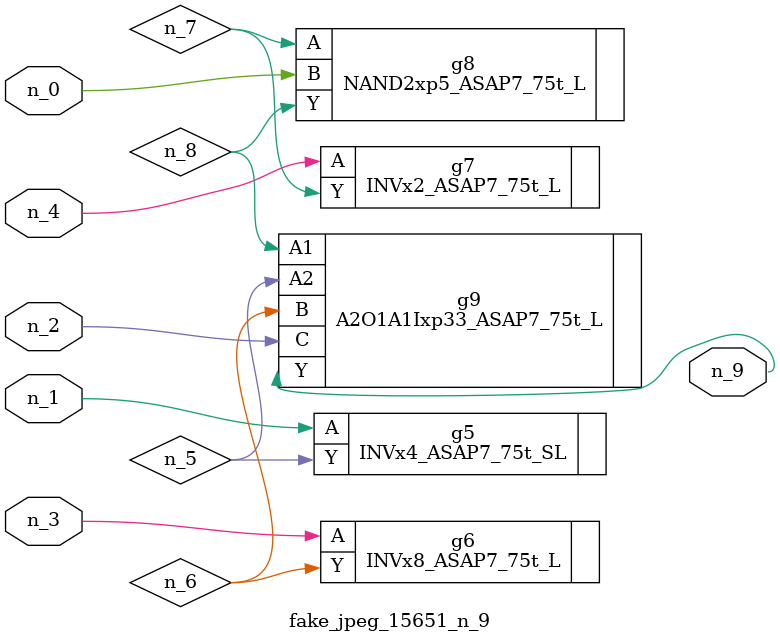
<source format=v>
module fake_jpeg_15651_n_9 (n_3, n_2, n_1, n_0, n_4, n_9);

input n_3;
input n_2;
input n_1;
input n_0;
input n_4;

output n_9;

wire n_8;
wire n_6;
wire n_5;
wire n_7;

INVx4_ASAP7_75t_SL g5 ( 
.A(n_1),
.Y(n_5)
);

INVx8_ASAP7_75t_L g6 ( 
.A(n_3),
.Y(n_6)
);

INVx2_ASAP7_75t_L g7 ( 
.A(n_4),
.Y(n_7)
);

NAND2xp5_ASAP7_75t_L g8 ( 
.A(n_7),
.B(n_0),
.Y(n_8)
);

A2O1A1Ixp33_ASAP7_75t_L g9 ( 
.A1(n_8),
.A2(n_5),
.B(n_6),
.C(n_2),
.Y(n_9)
);


endmodule
</source>
